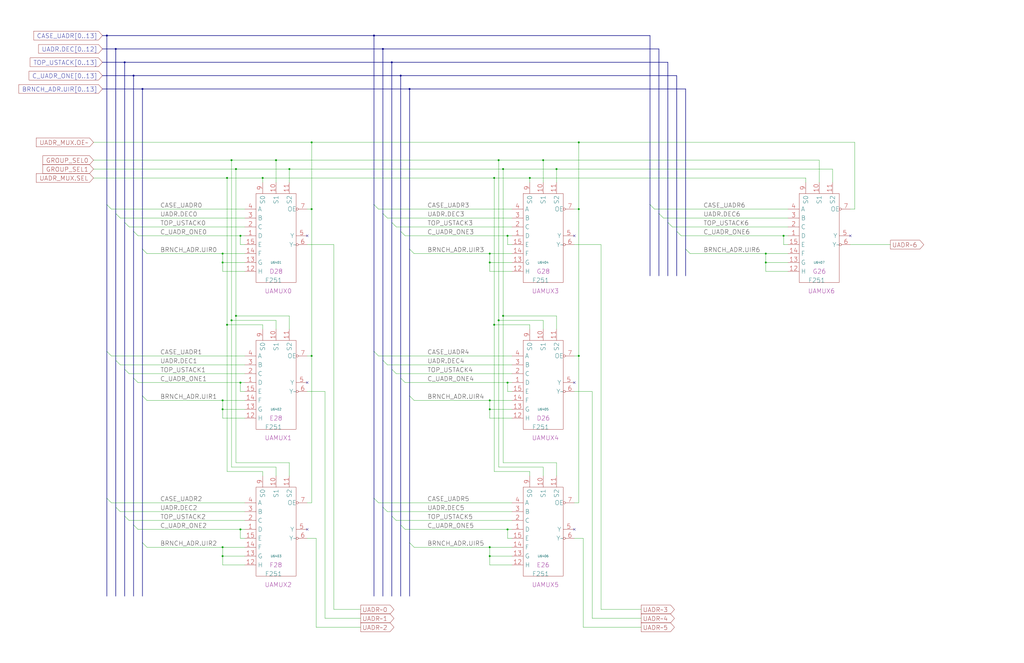
<source format=kicad_sch>
(kicad_sch (version 20211123) (generator eeschema)
  (paper "User" 584.2 378.46)
  (title_block (title "UADR MUX - BITS (0:6)") (date "22-MAY-90") (rev "1.0") (comment 1 "SEQUENCER") (comment 2 "232-003064") (comment 3 "S400") (comment 4 "RELEASED"))
  (lib_symbols
    (symbol "r1000:F251" (pin_names (offset 1.016))
      (property "Reference" "U" (at 2.54 5.08 0))
      (property "Value" "F251" (at -3.81 -5.08 0))
      (property "Location" "___" (at -1.27 0 0))
      (property "Name" "______" (at 3.81 -12.7 0))
      (symbol "F251_1_1"
        (rectangle (start -8.89 44.45) (end 13.97 -6.35))
        (circle (center 14.605 15.24) (radius 0.635))
        (circle (center 14.605 35.56) (radius 0.635))
        (pin input line (at -15.24 20.32 0) (length 6.35) (name "D") (number "1"))
        (pin input line (at 2.54 50.8 270) (length 6.35) (name "S1") (number "10"))
        (pin input line (at 10.16 50.8 270) (length 6.35) (name "S2") (number "11"))
        (pin input line (at -15.24 0 0) (length 6.35) (name "H") (number "12"))
        (pin input line (at -15.24 5.08 0) (length 6.35) (name "G") (number "13"))
        (pin input line (at -15.24 10.16 0) (length 6.35) (name "F") (number "14"))
        (pin input line (at -15.24 15.24 0) (length 6.35) (name "E") (number "15"))
        (pin input line (at -15.24 25.4 0) (length 6.35) (name "C") (number "2"))
        (pin input line (at -15.24 30.48 0) (length 6.35) (name "B") (number "3"))
        (pin input line (at -15.24 35.56 0) (length 6.35) (name "A") (number "4"))
        (pin tri_state line (at 20.32 20.32 180) (length 6.35) (name "Y") (number "5"))
        (pin tri_state line (at 20.32 15.24 180) (length 5.08) (name "Y~") (number "6"))
        (pin input line (at 20.32 35.56 180) (length 5.08) (name "OE") (number "7"))
        (pin input line (at -5.08 50.8 270) (length 6.35) (name "S0") (number "9"))
      )
    )
  )
  (bus (pts (xy 213.36 116.84) (xy 213.36 200.66)))
  (bus (pts (xy 213.36 20.32) (xy 213.36 116.84)))
  (bus (pts (xy 213.36 20.32) (xy 370.84 20.32)))
  (bus (pts (xy 213.36 200.66) (xy 213.36 284.48)))
  (bus (pts (xy 213.36 284.48) (xy 213.36 340.36)))
  (bus (pts (xy 218.44 121.92) (xy 218.44 205.74)))
  (bus (pts (xy 218.44 205.74) (xy 218.44 289.56)))
  (bus (pts (xy 218.44 27.94) (xy 218.44 121.92)))
  (bus (pts (xy 218.44 27.94) (xy 375.92 27.94)))
  (bus (pts (xy 218.44 289.56) (xy 218.44 340.36)))
  (bus (pts (xy 223.52 127) (xy 223.52 210.82)))
  (bus (pts (xy 223.52 210.82) (xy 223.52 294.64)))
  (bus (pts (xy 223.52 294.64) (xy 223.52 340.36)))
  (bus (pts (xy 223.52 35.56) (xy 223.52 127)))
  (bus (pts (xy 223.52 35.56) (xy 381 35.56)))
  (bus (pts (xy 228.6 132.08) (xy 228.6 215.9)))
  (bus (pts (xy 228.6 215.9) (xy 228.6 299.72)))
  (bus (pts (xy 228.6 299.72) (xy 228.6 340.36)))
  (bus (pts (xy 228.6 43.18) (xy 228.6 132.08)))
  (bus (pts (xy 228.6 43.18) (xy 386.08 43.18)))
  (bus (pts (xy 233.68 142.24) (xy 233.68 226.06)))
  (bus (pts (xy 233.68 226.06) (xy 233.68 309.88)))
  (bus (pts (xy 233.68 309.88) (xy 233.68 340.36)))
  (bus (pts (xy 233.68 50.8) (xy 233.68 142.24)))
  (bus (pts (xy 233.68 50.8) (xy 391.16 50.8)))
  (bus (pts (xy 370.84 116.84) (xy 370.84 157.48)))
  (bus (pts (xy 370.84 20.32) (xy 370.84 116.84)))
  (bus (pts (xy 375.92 121.92) (xy 375.92 157.48)))
  (bus (pts (xy 375.92 27.94) (xy 375.92 121.92)))
  (bus (pts (xy 381 127) (xy 381 157.48)))
  (bus (pts (xy 381 35.56) (xy 381 127)))
  (bus (pts (xy 386.08 132.08) (xy 386.08 157.48)))
  (bus (pts (xy 386.08 43.18) (xy 386.08 132.08)))
  (bus (pts (xy 391.16 142.24) (xy 391.16 157.48)))
  (bus (pts (xy 391.16 50.8) (xy 391.16 142.24)))
  (bus (pts (xy 58.42 20.32) (xy 60.96 20.32)))
  (bus (pts (xy 58.42 27.94) (xy 66.04 27.94)))
  (bus (pts (xy 58.42 35.56) (xy 71.12 35.56)))
  (bus (pts (xy 58.42 43.18) (xy 76.2 43.18)))
  (bus (pts (xy 58.42 50.8) (xy 81.28 50.8)))
  (bus (pts (xy 60.96 116.84) (xy 60.96 200.66)))
  (bus (pts (xy 60.96 20.32) (xy 213.36 20.32)))
  (bus (pts (xy 60.96 20.32) (xy 60.96 116.84)))
  (bus (pts (xy 60.96 200.66) (xy 60.96 284.48)))
  (bus (pts (xy 60.96 284.48) (xy 60.96 340.36)))
  (bus (pts (xy 66.04 121.92) (xy 66.04 205.74)))
  (bus (pts (xy 66.04 205.74) (xy 66.04 289.56)))
  (bus (pts (xy 66.04 27.94) (xy 218.44 27.94)))
  (bus (pts (xy 66.04 27.94) (xy 66.04 121.92)))
  (bus (pts (xy 66.04 289.56) (xy 66.04 340.36)))
  (bus (pts (xy 71.12 127) (xy 71.12 210.82)))
  (bus (pts (xy 71.12 210.82) (xy 71.12 294.64)))
  (bus (pts (xy 71.12 294.64) (xy 71.12 340.36)))
  (bus (pts (xy 71.12 35.56) (xy 223.52 35.56)))
  (bus (pts (xy 71.12 35.56) (xy 71.12 127)))
  (bus (pts (xy 76.2 132.08) (xy 76.2 215.9)))
  (bus (pts (xy 76.2 215.9) (xy 76.2 299.72)))
  (bus (pts (xy 76.2 299.72) (xy 76.2 340.36)))
  (bus (pts (xy 76.2 43.18) (xy 228.6 43.18)))
  (bus (pts (xy 76.2 43.18) (xy 76.2 132.08)))
  (bus (pts (xy 81.28 142.24) (xy 81.28 226.06)))
  (bus (pts (xy 81.28 226.06) (xy 81.28 309.88)))
  (bus (pts (xy 81.28 309.88) (xy 81.28 340.36)))
  (bus (pts (xy 81.28 50.8) (xy 233.68 50.8)))
  (bus (pts (xy 81.28 50.8) (xy 81.28 142.24)))
  (wire (pts (xy 127 144.78) (xy 127 149.86)))
  (wire (pts (xy 127 149.86) (xy 127 154.94)))
  (wire (pts (xy 127 149.86) (xy 139.7 149.86)))
  (wire (pts (xy 127 154.94) (xy 139.7 154.94)))
  (wire (pts (xy 127 228.6) (xy 127 233.68)))
  (wire (pts (xy 127 233.68) (xy 127 238.76)))
  (wire (pts (xy 127 233.68) (xy 139.7 233.68)))
  (wire (pts (xy 127 238.76) (xy 139.7 238.76)))
  (wire (pts (xy 127 312.42) (xy 127 317.5)))
  (wire (pts (xy 127 317.5) (xy 127 322.58)))
  (wire (pts (xy 127 317.5) (xy 139.7 317.5)))
  (wire (pts (xy 127 322.58) (xy 139.7 322.58)))
  (wire (pts (xy 129.54 101.6) (xy 129.54 185.42)))
  (wire (pts (xy 129.54 185.42) (xy 129.54 269.24)))
  (wire (pts (xy 129.54 185.42) (xy 149.86 185.42)))
  (wire (pts (xy 129.54 269.24) (xy 149.86 269.24)))
  (wire (pts (xy 132.08 182.88) (xy 132.08 91.44)))
  (wire (pts (xy 132.08 182.88) (xy 157.48 182.88)))
  (wire (pts (xy 132.08 266.7) (xy 132.08 182.88)))
  (wire (pts (xy 132.08 91.44) (xy 157.48 91.44)))
  (wire (pts (xy 134.62 180.34) (xy 134.62 264.16)))
  (wire (pts (xy 134.62 180.34) (xy 165.1 180.34)))
  (wire (pts (xy 134.62 264.16) (xy 165.1 264.16)))
  (wire (pts (xy 134.62 96.52) (xy 134.62 180.34)))
  (wire (pts (xy 137.16 134.62) (xy 137.16 139.7)))
  (wire (pts (xy 137.16 139.7) (xy 139.7 139.7)))
  (wire (pts (xy 137.16 218.44) (xy 137.16 223.52)))
  (wire (pts (xy 137.16 223.52) (xy 139.7 223.52)))
  (wire (pts (xy 137.16 302.26) (xy 137.16 307.34)))
  (wire (pts (xy 137.16 307.34) (xy 139.7 307.34)))
  (wire (pts (xy 139.7 134.62) (xy 137.16 134.62)))
  (wire (pts (xy 139.7 144.78) (xy 127 144.78)))
  (wire (pts (xy 139.7 218.44) (xy 137.16 218.44)))
  (wire (pts (xy 139.7 228.6) (xy 127 228.6)))
  (wire (pts (xy 139.7 302.26) (xy 137.16 302.26)))
  (wire (pts (xy 139.7 312.42) (xy 127 312.42)))
  (wire (pts (xy 149.86 101.6) (xy 129.54 101.6)))
  (wire (pts (xy 149.86 101.6) (xy 149.86 104.14)))
  (wire (pts (xy 149.86 187.96) (xy 149.86 185.42)))
  (wire (pts (xy 149.86 269.24) (xy 149.86 271.78)))
  (wire (pts (xy 157.48 104.14) (xy 157.48 91.44)))
  (wire (pts (xy 157.48 187.96) (xy 157.48 182.88)))
  (wire (pts (xy 157.48 266.7) (xy 132.08 266.7)))
  (wire (pts (xy 157.48 271.78) (xy 157.48 266.7)))
  (wire (pts (xy 157.48 91.44) (xy 284.48 91.44)))
  (wire (pts (xy 165.1 187.96) (xy 165.1 180.34)))
  (wire (pts (xy 165.1 264.16) (xy 165.1 271.78)))
  (wire (pts (xy 165.1 96.52) (xy 134.62 96.52)))
  (wire (pts (xy 165.1 96.52) (xy 165.1 104.14)))
  (wire (pts (xy 175.26 119.38) (xy 177.8 119.38)))
  (wire (pts (xy 175.26 139.7) (xy 190.5 139.7)))
  (wire (pts (xy 175.26 203.2) (xy 177.8 203.2)))
  (wire (pts (xy 175.26 223.52) (xy 185.42 223.52)))
  (wire (pts (xy 175.26 287.02) (xy 177.8 287.02)))
  (wire (pts (xy 175.26 307.34) (xy 180.34 307.34)))
  (wire (pts (xy 177.8 119.38) (xy 177.8 81.28)))
  (wire (pts (xy 177.8 203.2) (xy 177.8 119.38)))
  (wire (pts (xy 177.8 287.02) (xy 177.8 203.2)))
  (wire (pts (xy 177.8 81.28) (xy 330.2 81.28)))
  (wire (pts (xy 180.34 307.34) (xy 180.34 358.14)))
  (wire (pts (xy 180.34 358.14) (xy 205.74 358.14)))
  (wire (pts (xy 185.42 223.52) (xy 185.42 353.06)))
  (wire (pts (xy 185.42 353.06) (xy 205.74 353.06)))
  (wire (pts (xy 190.5 139.7) (xy 190.5 347.98)))
  (wire (pts (xy 190.5 347.98) (xy 205.74 347.98)))
  (wire (pts (xy 215.9 119.38) (xy 292.1 119.38)))
  (wire (pts (xy 215.9 203.2) (xy 292.1 203.2)))
  (wire (pts (xy 215.9 287.02) (xy 292.1 287.02)))
  (wire (pts (xy 220.98 124.46) (xy 292.1 124.46)))
  (wire (pts (xy 220.98 208.28) (xy 292.1 208.28)))
  (wire (pts (xy 220.98 292.1) (xy 292.1 292.1)))
  (wire (pts (xy 226.06 129.54) (xy 292.1 129.54)))
  (wire (pts (xy 226.06 213.36) (xy 292.1 213.36)))
  (wire (pts (xy 226.06 297.18) (xy 292.1 297.18)))
  (wire (pts (xy 231.14 134.62) (xy 289.56 134.62)))
  (wire (pts (xy 231.14 218.44) (xy 289.56 218.44)))
  (wire (pts (xy 231.14 302.26) (xy 289.56 302.26)))
  (wire (pts (xy 236.22 144.78) (xy 279.4 144.78)))
  (wire (pts (xy 236.22 228.6) (xy 279.4 228.6)))
  (wire (pts (xy 236.22 312.42) (xy 279.4 312.42)))
  (wire (pts (xy 279.4 144.78) (xy 279.4 149.86)))
  (wire (pts (xy 279.4 149.86) (xy 279.4 154.94)))
  (wire (pts (xy 279.4 149.86) (xy 292.1 149.86)))
  (wire (pts (xy 279.4 154.94) (xy 292.1 154.94)))
  (wire (pts (xy 279.4 228.6) (xy 279.4 233.68)))
  (wire (pts (xy 279.4 233.68) (xy 279.4 238.76)))
  (wire (pts (xy 279.4 233.68) (xy 292.1 233.68)))
  (wire (pts (xy 279.4 238.76) (xy 292.1 238.76)))
  (wire (pts (xy 279.4 312.42) (xy 279.4 317.5)))
  (wire (pts (xy 279.4 317.5) (xy 279.4 322.58)))
  (wire (pts (xy 279.4 317.5) (xy 292.1 317.5)))
  (wire (pts (xy 279.4 322.58) (xy 292.1 322.58)))
  (wire (pts (xy 281.94 101.6) (xy 149.86 101.6)))
  (wire (pts (xy 281.94 101.6) (xy 281.94 185.42)))
  (wire (pts (xy 281.94 185.42) (xy 281.94 269.24)))
  (wire (pts (xy 281.94 185.42) (xy 302.26 185.42)))
  (wire (pts (xy 284.48 182.88) (xy 284.48 266.7)))
  (wire (pts (xy 284.48 91.44) (xy 284.48 182.88)))
  (wire (pts (xy 284.48 91.44) (xy 309.88 91.44)))
  (wire (pts (xy 287.02 180.34) (xy 287.02 96.52)))
  (wire (pts (xy 287.02 180.34) (xy 317.5 180.34)))
  (wire (pts (xy 287.02 264.16) (xy 287.02 180.34)))
  (wire (pts (xy 287.02 96.52) (xy 165.1 96.52)))
  (wire (pts (xy 289.56 134.62) (xy 289.56 139.7)))
  (wire (pts (xy 289.56 139.7) (xy 292.1 139.7)))
  (wire (pts (xy 289.56 218.44) (xy 289.56 223.52)))
  (wire (pts (xy 289.56 223.52) (xy 292.1 223.52)))
  (wire (pts (xy 289.56 302.26) (xy 289.56 307.34)))
  (wire (pts (xy 289.56 307.34) (xy 292.1 307.34)))
  (wire (pts (xy 292.1 134.62) (xy 289.56 134.62)))
  (wire (pts (xy 292.1 144.78) (xy 279.4 144.78)))
  (wire (pts (xy 292.1 218.44) (xy 289.56 218.44)))
  (wire (pts (xy 292.1 228.6) (xy 279.4 228.6)))
  (wire (pts (xy 292.1 302.26) (xy 289.56 302.26)))
  (wire (pts (xy 292.1 312.42) (xy 279.4 312.42)))
  (wire (pts (xy 302.26 101.6) (xy 281.94 101.6)))
  (wire (pts (xy 302.26 101.6) (xy 302.26 104.14)))
  (wire (pts (xy 302.26 187.96) (xy 302.26 185.42)))
  (wire (pts (xy 302.26 269.24) (xy 281.94 269.24)))
  (wire (pts (xy 302.26 271.78) (xy 302.26 269.24)))
  (wire (pts (xy 309.88 182.88) (xy 284.48 182.88)))
  (wire (pts (xy 309.88 187.96) (xy 309.88 182.88)))
  (wire (pts (xy 309.88 266.7) (xy 284.48 266.7)))
  (wire (pts (xy 309.88 271.78) (xy 309.88 266.7)))
  (wire (pts (xy 309.88 91.44) (xy 309.88 104.14)))
  (wire (pts (xy 309.88 91.44) (xy 467.36 91.44)))
  (wire (pts (xy 317.5 187.96) (xy 317.5 180.34)))
  (wire (pts (xy 317.5 264.16) (xy 287.02 264.16)))
  (wire (pts (xy 317.5 271.78) (xy 317.5 264.16)))
  (wire (pts (xy 317.5 96.52) (xy 287.02 96.52)))
  (wire (pts (xy 317.5 96.52) (xy 317.5 104.14)))
  (wire (pts (xy 327.66 119.38) (xy 330.2 119.38)))
  (wire (pts (xy 327.66 139.7) (xy 342.9 139.7)))
  (wire (pts (xy 327.66 203.2) (xy 330.2 203.2)))
  (wire (pts (xy 327.66 223.52) (xy 337.82 223.52)))
  (wire (pts (xy 327.66 287.02) (xy 330.2 287.02)))
  (wire (pts (xy 327.66 307.34) (xy 332.74 307.34)))
  (wire (pts (xy 330.2 119.38) (xy 330.2 203.2)))
  (wire (pts (xy 330.2 203.2) (xy 330.2 287.02)))
  (wire (pts (xy 330.2 81.28) (xy 330.2 119.38)))
  (wire (pts (xy 330.2 81.28) (xy 487.68 81.28)))
  (wire (pts (xy 332.74 307.34) (xy 332.74 358.14)))
  (wire (pts (xy 332.74 358.14) (xy 365.76 358.14)))
  (wire (pts (xy 337.82 223.52) (xy 337.82 353.06)))
  (wire (pts (xy 337.82 353.06) (xy 365.76 353.06)))
  (wire (pts (xy 342.9 139.7) (xy 342.9 347.98)))
  (wire (pts (xy 342.9 347.98) (xy 365.76 347.98)))
  (wire (pts (xy 373.38 119.38) (xy 449.58 119.38)))
  (wire (pts (xy 378.46 124.46) (xy 449.58 124.46)))
  (wire (pts (xy 383.54 129.54) (xy 449.58 129.54)))
  (wire (pts (xy 388.62 134.62) (xy 447.04 134.62)))
  (wire (pts (xy 393.7 144.78) (xy 436.88 144.78)))
  (wire (pts (xy 436.88 144.78) (xy 436.88 149.86)))
  (wire (pts (xy 436.88 149.86) (xy 436.88 154.94)))
  (wire (pts (xy 436.88 149.86) (xy 449.58 149.86)))
  (wire (pts (xy 436.88 154.94) (xy 449.58 154.94)))
  (wire (pts (xy 447.04 134.62) (xy 447.04 139.7)))
  (wire (pts (xy 447.04 139.7) (xy 449.58 139.7)))
  (wire (pts (xy 449.58 134.62) (xy 447.04 134.62)))
  (wire (pts (xy 449.58 144.78) (xy 436.88 144.78)))
  (wire (pts (xy 459.74 101.6) (xy 302.26 101.6)))
  (wire (pts (xy 459.74 104.14) (xy 459.74 101.6)))
  (wire (pts (xy 467.36 91.44) (xy 467.36 104.14)))
  (wire (pts (xy 474.98 104.14) (xy 474.98 96.52)))
  (wire (pts (xy 474.98 96.52) (xy 317.5 96.52)))
  (wire (pts (xy 485.14 119.38) (xy 487.68 119.38)))
  (wire (pts (xy 485.14 139.7) (xy 508 139.7)))
  (wire (pts (xy 487.68 119.38) (xy 487.68 81.28)))
  (wire (pts (xy 53.34 101.6) (xy 129.54 101.6)))
  (wire (pts (xy 53.34 81.28) (xy 177.8 81.28)))
  (wire (pts (xy 53.34 91.44) (xy 132.08 91.44)))
  (wire (pts (xy 53.34 96.52) (xy 134.62 96.52)))
  (wire (pts (xy 63.5 119.38) (xy 139.7 119.38)))
  (wire (pts (xy 63.5 203.2) (xy 139.7 203.2)))
  (wire (pts (xy 63.5 287.02) (xy 139.7 287.02)))
  (wire (pts (xy 68.58 124.46) (xy 139.7 124.46)))
  (wire (pts (xy 68.58 208.28) (xy 139.7 208.28)))
  (wire (pts (xy 68.58 292.1) (xy 139.7 292.1)))
  (wire (pts (xy 73.66 129.54) (xy 139.7 129.54)))
  (wire (pts (xy 73.66 213.36) (xy 139.7 213.36)))
  (wire (pts (xy 73.66 297.18) (xy 139.7 297.18)))
  (wire (pts (xy 78.74 134.62) (xy 137.16 134.62)))
  (wire (pts (xy 78.74 218.44) (xy 137.16 218.44)))
  (wire (pts (xy 78.74 302.26) (xy 137.16 302.26)))
  (wire (pts (xy 83.82 144.78) (xy 127 144.78)))
  (wire (pts (xy 83.82 228.6) (xy 127 228.6)))
  (wire (pts (xy 83.82 312.42) (xy 127 312.42)))
  (global_label "UADR_MUX.OE~" (shape input) (at 53.34 81.28 180) (effects (font (size 2.54 2.54))) (property "Intersheet References" "${INTERSHEET_REFS}" (at 20.695 81.1213 0) (effects (font (size 2.54 2.54)) (justify right))))
  (global_label "GROUP_SEL0" (shape input) (at 53.34 91.44 180) (effects (font (size 2.54 2.54))) (property "Intersheet References" "${INTERSHEET_REFS}" (at 24.4445 91.2813 0) (effects (font (size 2.54 2.54)) (justify right))))
  (global_label "GROUP_SEL1" (shape input) (at 53.34 96.52 180) (effects (font (size 2.54 2.54))) (property "Intersheet References" "${INTERSHEET_REFS}" (at 24.4445 96.3613 0) (effects (font (size 2.54 2.54)) (justify right))))
  (global_label "UADR_MUX.SEL" (shape input) (at 53.34 101.6 180) (effects (font (size 2.54 2.54))) (property "Intersheet References" "${INTERSHEET_REFS}" (at 20.695 101.4413 0) (effects (font (size 2.54 2.54)) (justify right))))
  (global_label "CASE_UADR[0..13]" (shape input) (at 58.42 20.32 180) (effects (font (size 2.54 2.54))) (property "Intersheet References" "${INTERSHEET_REFS}" (at 19.2435 20.1613 0) (effects (font (size 2.54 2.54)) (justify right))))
  (global_label "UADR.DEC[0..12]" (shape input) (at 58.42 27.94 180) (effects (font (size 2.54 2.54))) (property "Intersheet References" "${INTERSHEET_REFS}" (at 22.0254 27.7813 0) (effects (font (size 2.54 2.54)) (justify right))))
  (global_label "TOP_USTACK[0..13]" (shape input) (at 58.42 35.56 180) (effects (font (size 2.54 2.54))) (property "Intersheet References" "${INTERSHEET_REFS}" (at 17.1873 35.4013 0) (effects (font (size 2.54 2.54)) (justify right))))
  (global_label "C_UADR_ONE[0..13]" (shape input) (at 58.42 43.18 180) (effects (font (size 2.54 2.54))) (property "Intersheet References" "${INTERSHEET_REFS}" (at 16.5826 43.0213 0) (effects (font (size 2.54 2.54)) (justify right))))
  (global_label "BRNCH_ADR.UIR[0..13]" (shape input) (at 58.42 50.8 180) (effects (font (size 2.54 2.54))) (property "Intersheet References" "${INTERSHEET_REFS}" (at 10.7769 50.6413 0) (effects (font (size 2.54 2.54)) (justify right))))
  (junction (at 60.96 20.32))
  (bus_entry (at 60.96 116.84) (size 2.54 2.54))
  (bus_entry (at 60.96 200.66) (size 2.54 2.54))
  (bus_entry (at 60.96 284.48) (size 2.54 2.54))
  (junction (at 66.04 27.94))
  (bus_entry (at 66.04 121.92) (size 2.54 2.54))
  (bus_entry (at 66.04 205.74) (size 2.54 2.54))
  (bus_entry (at 66.04 289.56) (size 2.54 2.54))
  (junction (at 71.12 35.56))
  (bus_entry (at 71.12 127) (size 2.54 2.54))
  (bus_entry (at 71.12 210.82) (size 2.54 2.54))
  (bus_entry (at 71.12 294.64) (size 2.54 2.54))
  (junction (at 76.2 43.18))
  (bus_entry (at 76.2 132.08) (size 2.54 2.54))
  (bus_entry (at 76.2 215.9) (size 2.54 2.54))
  (bus_entry (at 76.2 299.72) (size 2.54 2.54))
  (junction (at 81.28 50.8))
  (bus_entry (at 81.28 142.24) (size 2.54 2.54))
  (bus_entry (at 81.28 226.06) (size 2.54 2.54))
  (bus_entry (at 81.28 309.88) (size 2.54 2.54))
  (label "CASE_UADR0" (at 91.44 119.38 0) (effects (font (size 2.54 2.54))))
  (label "UADR.DEC0" (at 91.44 124.46 0) (effects (font (size 2.54 2.54))))
  (label "TOP_USTACK0" (at 91.44 129.54 0) (effects (font (size 2.54 2.54))))
  (label "C_UADR_ONE0" (at 91.44 134.62 0) (effects (font (size 2.54 2.54))))
  (label "BRNCH_ADR.UIR0" (at 91.44 144.78 0) (effects (font (size 2.54 2.54))))
  (label "CASE_UADR1" (at 91.44 203.2 0) (effects (font (size 2.54 2.54))))
  (label "UADR.DEC1" (at 91.44 208.28 0) (effects (font (size 2.54 2.54))))
  (label "TOP_USTACK1" (at 91.44 213.36 0) (effects (font (size 2.54 2.54))))
  (label "C_UADR_ONE1" (at 91.44 218.44 0) (effects (font (size 2.54 2.54))))
  (label "BRNCH_ADR.UIR1" (at 91.44 228.6 0) (effects (font (size 2.54 2.54))))
  (label "CASE_UADR2" (at 91.44 287.02 0) (effects (font (size 2.54 2.54))))
  (label "UADR.DEC2" (at 91.44 292.1 0) (effects (font (size 2.54 2.54))))
  (label "TOP_USTACK2" (at 91.44 297.18 0) (effects (font (size 2.54 2.54))))
  (label "C_UADR_ONE2" (at 91.44 302.26 0) (effects (font (size 2.54 2.54))))
  (label "BRNCH_ADR.UIR2" (at 91.44 312.42 0) (effects (font (size 2.54 2.54))))
  (junction (at 127 144.78))
  (junction (at 127 149.86))
  (junction (at 127 228.6))
  (junction (at 127 233.68))
  (junction (at 127 312.42))
  (junction (at 127 317.5))
  (junction (at 129.54 101.6))
  (junction (at 129.54 185.42))
  (junction (at 132.08 91.44))
  (junction (at 132.08 182.88))
  (junction (at 134.62 96.52))
  (junction (at 134.62 180.34))
  (junction (at 137.16 134.62))
  (junction (at 137.16 218.44))
  (junction (at 137.16 302.26))
  (junction (at 149.86 101.6))
  (symbol (lib_id "r1000:F251") (at 154.94 154.94 0) (unit 1)
    (property "Reference" "U6401" (at 157.48 149.86 0))
    (property "Value" "F251" (at 151.13 160.02 0) (effects (font (size 2.54 2.54)) (justify left)))
    (property "Location" "D28" (at 153.67 154.94 0) (effects (font (size 2.54 2.54)) (justify left)))
    (property "Name" "UAMUX0" (at 158.75 167.64 0) (effects (font (size 2.54 2.54)) (justify bottom)))
  )
  (symbol (lib_id "r1000:F251") (at 154.94 238.76 0) (unit 1)
    (property "Reference" "U6402" (at 157.48 233.68 0))
    (property "Value" "F251" (at 151.13 243.84 0) (effects (font (size 2.54 2.54)) (justify left)))
    (property "Location" "E28" (at 153.67 238.76 0) (effects (font (size 2.54 2.54)) (justify left)))
    (property "Name" "UAMUX1" (at 158.75 251.46 0) (effects (font (size 2.54 2.54)) (justify bottom)))
  )
  (symbol (lib_id "r1000:F251") (at 154.94 322.58 0) (unit 1)
    (property "Reference" "U6403" (at 157.48 317.5 0))
    (property "Value" "F251" (at 151.13 327.66 0) (effects (font (size 2.54 2.54)) (justify left)))
    (property "Location" "F28" (at 153.67 322.58 0) (effects (font (size 2.54 2.54)) (justify left)))
    (property "Name" "UAMUX2" (at 158.75 335.28 0) (effects (font (size 2.54 2.54)) (justify bottom)))
  )
  (junction (at 157.48 91.44))
  (junction (at 165.1 96.52))
  (no_connect (at 175.26 134.62))
  (no_connect (at 175.26 218.44))
  (no_connect (at 175.26 302.26))
  (junction (at 177.8 81.28))
  (junction (at 177.8 119.38))
  (junction (at 177.8 203.2))
  (global_label "UADR~0" (shape output) (at 205.74 347.98 0) (effects (font (size 2.54 2.54))) (property "Intersheet References" "${INTERSHEET_REFS}" (at 224.7174 347.8213 0) (effects (font (size 2.54 2.54)) (justify left))))
  (global_label "UADR~1" (shape output) (at 205.74 353.06 0) (effects (font (size 2.54 2.54))) (property "Intersheet References" "${INTERSHEET_REFS}" (at 224.7174 352.9013 0) (effects (font (size 2.54 2.54)) (justify left))))
  (global_label "UADR~2" (shape output) (at 205.74 358.14 0) (effects (font (size 2.54 2.54))) (property "Intersheet References" "${INTERSHEET_REFS}" (at 224.7174 357.9813 0) (effects (font (size 2.54 2.54)) (justify left))))
  (junction (at 213.36 20.32))
  (bus_entry (at 213.36 116.84) (size 2.54 2.54))
  (bus_entry (at 213.36 200.66) (size 2.54 2.54))
  (bus_entry (at 213.36 284.48) (size 2.54 2.54))
  (junction (at 218.44 27.94))
  (bus_entry (at 218.44 121.92) (size 2.54 2.54))
  (bus_entry (at 218.44 205.74) (size 2.54 2.54))
  (bus_entry (at 218.44 289.56) (size 2.54 2.54))
  (junction (at 223.52 35.56))
  (bus_entry (at 223.52 127) (size 2.54 2.54))
  (bus_entry (at 223.52 210.82) (size 2.54 2.54))
  (bus_entry (at 223.52 294.64) (size 2.54 2.54))
  (junction (at 228.6 43.18))
  (bus_entry (at 228.6 132.08) (size 2.54 2.54))
  (bus_entry (at 228.6 215.9) (size 2.54 2.54))
  (bus_entry (at 228.6 299.72) (size 2.54 2.54))
  (junction (at 233.68 50.8))
  (bus_entry (at 233.68 142.24) (size 2.54 2.54))
  (bus_entry (at 233.68 226.06) (size 2.54 2.54))
  (bus_entry (at 233.68 309.88) (size 2.54 2.54))
  (label "CASE_UADR3" (at 243.84 119.38 0) (effects (font (size 2.54 2.54))))
  (label "UADR.DEC3" (at 243.84 124.46 0) (effects (font (size 2.54 2.54))))
  (label "TOP_USTACK3" (at 243.84 129.54 0) (effects (font (size 2.54 2.54))))
  (label "C_UADR_ONE3" (at 243.84 134.62 0) (effects (font (size 2.54 2.54))))
  (label "BRNCH_ADR.UIR3" (at 243.84 144.78 0) (effects (font (size 2.54 2.54))))
  (label "CASE_UADR4" (at 243.84 203.2 0) (effects (font (size 2.54 2.54))))
  (label "UADR.DEC4" (at 243.84 208.28 0) (effects (font (size 2.54 2.54))))
  (label "TOP_USTACK4" (at 243.84 213.36 0) (effects (font (size 2.54 2.54))))
  (label "C_UADR_ONE4" (at 243.84 218.44 0) (effects (font (size 2.54 2.54))))
  (label "BRNCH_ADR.UIR4" (at 243.84 228.6 0) (effects (font (size 2.54 2.54))))
  (label "CASE_UADR5" (at 243.84 287.02 0) (effects (font (size 2.54 2.54))))
  (label "UADR.DEC5" (at 243.84 292.1 0) (effects (font (size 2.54 2.54))))
  (label "TOP_USTACK5" (at 243.84 297.18 0) (effects (font (size 2.54 2.54))))
  (label "C_UADR_ONE5" (at 243.84 302.26 0) (effects (font (size 2.54 2.54))))
  (label "BRNCH_ADR.UIR5" (at 243.84 312.42 0) (effects (font (size 2.54 2.54))))
  (junction (at 279.4 144.78))
  (junction (at 279.4 149.86))
  (junction (at 279.4 228.6))
  (junction (at 279.4 233.68))
  (junction (at 279.4 312.42))
  (junction (at 279.4 317.5))
  (junction (at 281.94 101.6))
  (junction (at 281.94 185.42))
  (junction (at 284.48 91.44))
  (junction (at 284.48 182.88))
  (junction (at 287.02 96.52))
  (junction (at 287.02 180.34))
  (junction (at 289.56 134.62))
  (junction (at 289.56 218.44))
  (junction (at 289.56 302.26))
  (junction (at 302.26 101.6))
  (symbol (lib_id "r1000:F251") (at 307.34 154.94 0) (unit 1)
    (property "Reference" "U6404" (at 309.88 149.86 0))
    (property "Value" "F251" (at 303.53 160.02 0) (effects (font (size 2.54 2.54)) (justify left)))
    (property "Location" "G28" (at 306.07 154.94 0) (effects (font (size 2.54 2.54)) (justify left)))
    (property "Name" "UAMUX3" (at 311.15 167.64 0) (effects (font (size 2.54 2.54)) (justify bottom)))
  )
  (symbol (lib_id "r1000:F251") (at 307.34 238.76 0) (unit 1)
    (property "Reference" "U6405" (at 309.88 233.68 0))
    (property "Value" "F251" (at 303.53 243.84 0) (effects (font (size 2.54 2.54)) (justify left)))
    (property "Location" "D26" (at 306.07 238.76 0) (effects (font (size 2.54 2.54)) (justify left)))
    (property "Name" "UAMUX4" (at 311.15 251.46 0) (effects (font (size 2.54 2.54)) (justify bottom)))
  )
  (symbol (lib_id "r1000:F251") (at 307.34 322.58 0) (unit 1)
    (property "Reference" "U6406" (at 309.88 317.5 0))
    (property "Value" "F251" (at 303.53 327.66 0) (effects (font (size 2.54 2.54)) (justify left)))
    (property "Location" "E26" (at 306.07 322.58 0) (effects (font (size 2.54 2.54)) (justify left)))
    (property "Name" "UAMUX5" (at 311.15 335.28 0) (effects (font (size 2.54 2.54)) (justify bottom)))
  )
  (junction (at 309.88 91.44))
  (junction (at 317.5 96.52))
  (no_connect (at 327.66 134.62))
  (no_connect (at 327.66 218.44))
  (no_connect (at 327.66 302.26))
  (junction (at 330.2 81.28))
  (junction (at 330.2 119.38))
  (junction (at 330.2 203.2))
  (global_label "UADR~3" (shape output) (at 365.76 347.98 0) (effects (font (size 2.54 2.54))) (property "Intersheet References" "${INTERSHEET_REFS}" (at 384.7374 347.8213 0) (effects (font (size 2.54 2.54)) (justify left))))
  (global_label "UADR~4" (shape output) (at 365.76 353.06 0) (effects (font (size 2.54 2.54))) (property "Intersheet References" "${INTERSHEET_REFS}" (at 384.7374 352.9013 0) (effects (font (size 2.54 2.54)) (justify left))))
  (global_label "UADR~5" (shape output) (at 365.76 358.14 0) (effects (font (size 2.54 2.54))) (property "Intersheet References" "${INTERSHEET_REFS}" (at 384.7374 357.9813 0) (effects (font (size 2.54 2.54)) (justify left))))
  (bus_entry (at 370.84 116.84) (size 2.54 2.54))
  (bus_entry (at 375.92 121.92) (size 2.54 2.54))
  (bus_entry (at 381 127) (size 2.54 2.54))
  (bus_entry (at 386.08 132.08) (size 2.54 2.54))
  (bus_entry (at 391.16 142.24) (size 2.54 2.54))
  (label "CASE_UADR6" (at 401.32 119.38 0) (effects (font (size 2.54 2.54))))
  (label "UADR.DEC6" (at 401.32 124.46 0) (effects (font (size 2.54 2.54))))
  (label "TOP_USTACK6" (at 401.32 129.54 0) (effects (font (size 2.54 2.54))))
  (label "C_UADR_ONE6" (at 401.32 134.62 0) (effects (font (size 2.54 2.54))))
  (label "BRNCH_ADR.UIR6" (at 401.32 144.78 0) (effects (font (size 2.54 2.54))))
  (junction (at 436.88 144.78))
  (junction (at 436.88 149.86))
  (junction (at 447.04 134.62))
  (symbol (lib_id "r1000:F251") (at 464.82 154.94 0) (unit 1)
    (property "Reference" "U6407" (at 467.36 149.86 0))
    (property "Value" "F251" (at 461.01 160.02 0) (effects (font (size 2.54 2.54)) (justify left)))
    (property "Location" "G26" (at 463.55 154.94 0) (effects (font (size 2.54 2.54)) (justify left)))
    (property "Name" "UAMUX6" (at 468.63 167.64 0) (effects (font (size 2.54 2.54)) (justify bottom)))
  )
  (no_connect (at 485.14 134.62))
  (global_label "UADR~6" (shape output) (at 508 139.7 0) (effects (font (size 2.54 2.54))) (property "Intersheet References" "${INTERSHEET_REFS}" (at 526.9774 139.5413 0) (effects (font (size 2.54 2.54)) (justify left))))
)
</source>
